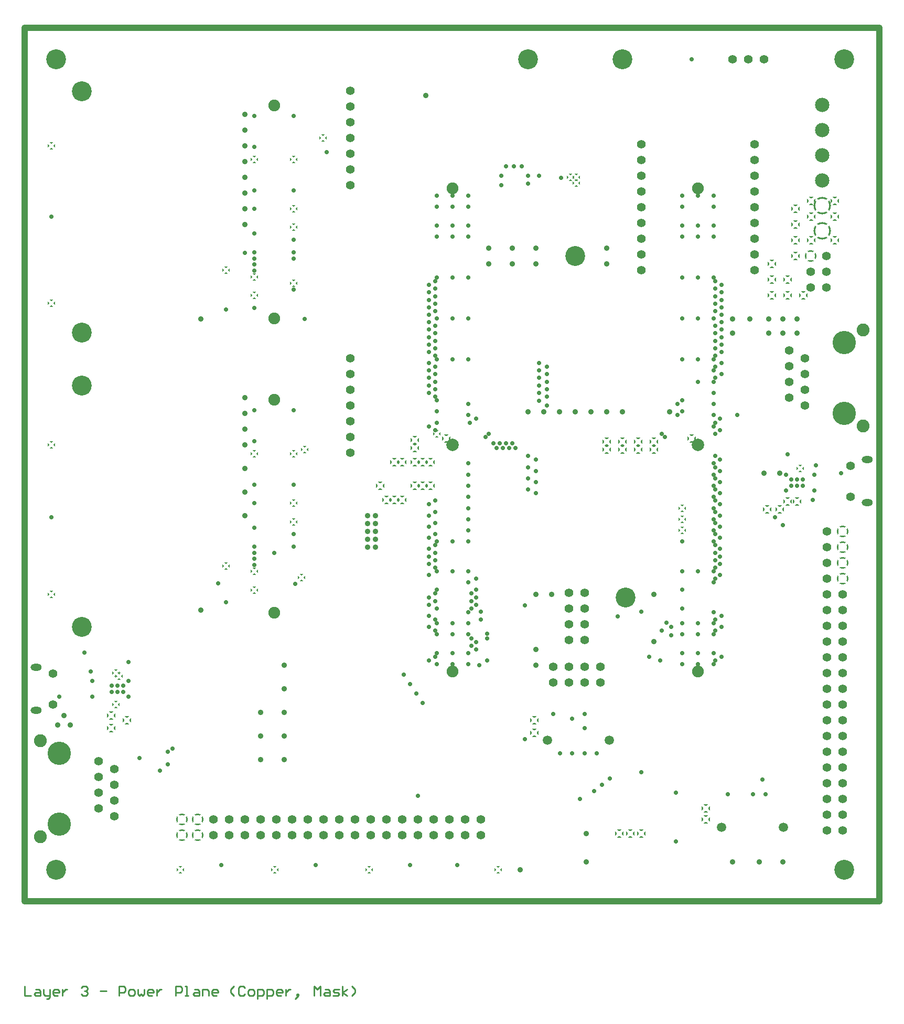
<source format=gbr>
G04 Layer_Physical_Order=3*
G04 Layer_Color=128*
%FSLAX24Y24*%
%MOIN*%
%TF.FileFunction,Copper,L3,Inr,Plane*%
%TF.Part,Single*%
G01*
G75*
%TA.AperFunction,NonConductor*%
%ADD45C,0.0100*%
%ADD63C,0.0400*%
%TA.AperFunction,ViaPad*%
%ADD64C,0.1263*%
%TA.AperFunction,ComponentPad*%
%ADD65C,0.0554*%
G04:AMPARAMS|DCode=66|XSize=75.433mil|YSize=75.433mil|CornerRadius=0mil|HoleSize=0mil|Usage=FLASHONLY|Rotation=0.000|XOffset=0mil|YOffset=0mil|HoleType=Round|Shape=Relief|Width=18mil|Gap=10mil|Entries=4|*
%AMTHD66*
7,0,0,0.0754,0.0554,0.0180,45*
%
%ADD66THD66*%
%ADD68C,0.1480*%
%ADD69C,0.0751*%
%ADD70C,0.0791*%
%ADD71C,0.0594*%
%ADD72O,0.0712X0.0436*%
%ADD73C,0.0909*%
G04:AMPARAMS|DCode=74|XSize=110.866mil|YSize=110.866mil|CornerRadius=0mil|HoleSize=0mil|Usage=FLASHONLY|Rotation=0.000|XOffset=0mil|YOffset=0mil|HoleType=Round|Shape=Relief|Width=18mil|Gap=10mil|Entries=4|*
%AMTHD74*
7,0,0,0.1109,0.0909,0.0180,45*
%
%ADD74THD74*%
%TA.AperFunction,ViaPad*%
G04:AMPARAMS|DCode=75|XSize=56mil|YSize=56mil|CornerRadius=0mil|HoleSize=0mil|Usage=FLASHONLY|Rotation=0.000|XOffset=0mil|YOffset=0mil|HoleType=Round|Shape=Relief|Width=18mil|Gap=10mil|Entries=4|*
%AMTHD75*
7,0,0,0.0560,0.0360,0.0180,45*
%
%ADD75THD75*%
%ADD76C,0.0360*%
G04:AMPARAMS|DCode=77|XSize=48mil|YSize=48mil|CornerRadius=0mil|HoleSize=0mil|Usage=FLASHONLY|Rotation=0.000|XOffset=0mil|YOffset=0mil|HoleType=Round|Shape=Relief|Width=18mil|Gap=10mil|Entries=4|*
%AMTHD77*
7,0,0,0.0480,0.0280,0.0180,45*
%
%ADD77THD77*%
%ADD78C,0.0280*%
%ADD80C,0.1263*%
%TA.AperFunction,ComponentPad*%
%ADD81C,0.0820*%
D45*
X0Y-5400D02*
Y-6000D01*
X400D01*
X700Y-5600D02*
X900D01*
X1000Y-5700D01*
Y-6000D01*
X700D01*
X600Y-5900D01*
X700Y-5800D01*
X1000D01*
X1200Y-5600D02*
Y-5900D01*
X1300Y-6000D01*
X1599D01*
Y-6100D01*
X1500Y-6200D01*
X1400D01*
X1599Y-6000D02*
Y-5600D01*
X2099Y-6000D02*
X1899D01*
X1799Y-5900D01*
Y-5700D01*
X1899Y-5600D01*
X2099D01*
X2199Y-5700D01*
Y-5800D01*
X1799D01*
X2399Y-5600D02*
Y-6000D01*
Y-5800D01*
X2499Y-5700D01*
X2599Y-5600D01*
X2699D01*
X3599Y-5500D02*
X3699Y-5400D01*
X3899D01*
X3999Y-5500D01*
Y-5600D01*
X3899Y-5700D01*
X3799D01*
X3899D01*
X3999Y-5800D01*
Y-5900D01*
X3899Y-6000D01*
X3699D01*
X3599Y-5900D01*
X4798Y-5700D02*
X5198D01*
X5998Y-6000D02*
Y-5400D01*
X6298D01*
X6398Y-5500D01*
Y-5700D01*
X6298Y-5800D01*
X5998D01*
X6698Y-6000D02*
X6898D01*
X6998Y-5900D01*
Y-5700D01*
X6898Y-5600D01*
X6698D01*
X6598Y-5700D01*
Y-5900D01*
X6698Y-6000D01*
X7198Y-5600D02*
Y-5900D01*
X7298Y-6000D01*
X7398Y-5900D01*
X7498Y-6000D01*
X7598Y-5900D01*
Y-5600D01*
X8097Y-6000D02*
X7897D01*
X7797Y-5900D01*
Y-5700D01*
X7897Y-5600D01*
X8097D01*
X8197Y-5700D01*
Y-5800D01*
X7797D01*
X8397Y-5600D02*
Y-6000D01*
Y-5800D01*
X8497Y-5700D01*
X8597Y-5600D01*
X8697D01*
X9597Y-6000D02*
Y-5400D01*
X9897D01*
X9997Y-5500D01*
Y-5700D01*
X9897Y-5800D01*
X9597D01*
X10197Y-6000D02*
X10397D01*
X10297D01*
Y-5400D01*
X10197D01*
X10797Y-5600D02*
X10996D01*
X11096Y-5700D01*
Y-6000D01*
X10797D01*
X10697Y-5900D01*
X10797Y-5800D01*
X11096D01*
X11296Y-6000D02*
Y-5600D01*
X11596D01*
X11696Y-5700D01*
Y-6000D01*
X12196D02*
X11996D01*
X11896Y-5900D01*
Y-5700D01*
X11996Y-5600D01*
X12196D01*
X12296Y-5700D01*
Y-5800D01*
X11896D01*
X13296Y-6000D02*
X13096Y-5800D01*
Y-5600D01*
X13296Y-5400D01*
X13995Y-5500D02*
X13896Y-5400D01*
X13696D01*
X13596Y-5500D01*
Y-5900D01*
X13696Y-6000D01*
X13896D01*
X13995Y-5900D01*
X14295Y-6000D02*
X14495D01*
X14595Y-5900D01*
Y-5700D01*
X14495Y-5600D01*
X14295D01*
X14195Y-5700D01*
Y-5900D01*
X14295Y-6000D01*
X14795Y-6200D02*
Y-5600D01*
X15095D01*
X15195Y-5700D01*
Y-5900D01*
X15095Y-6000D01*
X14795D01*
X15395Y-6200D02*
Y-5600D01*
X15695D01*
X15795Y-5700D01*
Y-5900D01*
X15695Y-6000D01*
X15395D01*
X16295D02*
X16095D01*
X15995Y-5900D01*
Y-5700D01*
X16095Y-5600D01*
X16295D01*
X16395Y-5700D01*
Y-5800D01*
X15995D01*
X16595Y-5600D02*
Y-6000D01*
Y-5800D01*
X16695Y-5700D01*
X16795Y-5600D01*
X16895D01*
X17294Y-6100D02*
X17394Y-6000D01*
Y-5900D01*
X17294D01*
Y-6000D01*
X17394D01*
X17294Y-6100D01*
X17194Y-6200D01*
X18394Y-6000D02*
Y-5400D01*
X18594Y-5600D01*
X18794Y-5400D01*
Y-6000D01*
X19094Y-5600D02*
X19294D01*
X19394Y-5700D01*
Y-6000D01*
X19094D01*
X18994Y-5900D01*
X19094Y-5800D01*
X19394D01*
X19594Y-6000D02*
X19894D01*
X19994Y-5900D01*
X19894Y-5800D01*
X19694D01*
X19594Y-5700D01*
X19694Y-5600D01*
X19994D01*
X20193Y-6000D02*
Y-5400D01*
Y-5800D02*
X20493Y-5600D01*
X20193Y-5800D02*
X20493Y-6000D01*
X20793D02*
X20993Y-5800D01*
Y-5600D01*
X20793Y-5400D01*
D63*
X-0Y55512D02*
X0Y0D01*
X-0Y55512D02*
X54331Y55512D01*
X54331Y-0D02*
X54331Y55512D01*
X0Y0D02*
X54331Y-0D01*
D64*
X38200Y19300D02*
D03*
X52100Y2000D02*
D03*
X2000D02*
D03*
Y53500D02*
D03*
X52100D02*
D03*
X35000Y41000D02*
D03*
X32000Y53500D02*
D03*
X38000D02*
D03*
D65*
X39200Y41100D02*
D03*
Y48100D02*
D03*
Y47100D02*
D03*
Y46100D02*
D03*
Y45100D02*
D03*
Y44100D02*
D03*
Y43100D02*
D03*
Y42100D02*
D03*
Y40100D02*
D03*
X20700Y51500D02*
D03*
Y50500D02*
D03*
Y49500D02*
D03*
Y48500D02*
D03*
Y46500D02*
D03*
Y45500D02*
D03*
Y47500D02*
D03*
X51000Y23500D02*
D03*
Y22500D02*
D03*
Y21500D02*
D03*
Y20500D02*
D03*
Y19500D02*
D03*
X52000D02*
D03*
X51000Y18500D02*
D03*
X52000D02*
D03*
X51000Y17500D02*
D03*
X52000D02*
D03*
X51000Y16500D02*
D03*
X52000D02*
D03*
X51000Y15500D02*
D03*
X52000D02*
D03*
X51000Y14500D02*
D03*
X52000D02*
D03*
X51000Y13500D02*
D03*
X52000D02*
D03*
X51000Y12500D02*
D03*
X52000D02*
D03*
X51000Y11500D02*
D03*
X52000D02*
D03*
X51000Y10500D02*
D03*
X52000D02*
D03*
X51000Y9500D02*
D03*
X52000D02*
D03*
X51000Y8500D02*
D03*
X52000D02*
D03*
X51000Y7500D02*
D03*
X52000D02*
D03*
X51000Y6500D02*
D03*
X52000D02*
D03*
X51000Y5500D02*
D03*
X52000D02*
D03*
X51000Y4500D02*
D03*
X52000D02*
D03*
X35600Y16600D02*
D03*
X34600D02*
D03*
X35600Y17600D02*
D03*
X34600D02*
D03*
X35600Y18600D02*
D03*
X34600D02*
D03*
X35600Y19600D02*
D03*
X34600D02*
D03*
X4700Y8900D02*
D03*
X5700Y8400D02*
D03*
X4700Y7900D02*
D03*
X5700Y7400D02*
D03*
X4700Y6900D02*
D03*
X5700Y6400D02*
D03*
X4700Y5900D02*
D03*
X5700Y5400D02*
D03*
X48600Y35000D02*
D03*
X49600Y34500D02*
D03*
X48600Y34000D02*
D03*
X49600Y33500D02*
D03*
X48600Y33000D02*
D03*
X49600Y32500D02*
D03*
X48600Y32000D02*
D03*
X49600Y31500D02*
D03*
X47000Y53500D02*
D03*
X46000D02*
D03*
X45000D02*
D03*
X20700Y34500D02*
D03*
Y33500D02*
D03*
Y32500D02*
D03*
Y31500D02*
D03*
Y29500D02*
D03*
Y28500D02*
D03*
Y30500D02*
D03*
X46400Y41100D02*
D03*
Y48100D02*
D03*
Y47100D02*
D03*
Y46100D02*
D03*
Y45100D02*
D03*
Y44100D02*
D03*
Y43100D02*
D03*
Y42100D02*
D03*
Y40100D02*
D03*
X29000Y5200D02*
D03*
Y4200D02*
D03*
X28000Y5200D02*
D03*
Y4200D02*
D03*
X27000Y5200D02*
D03*
Y4200D02*
D03*
X26000Y5200D02*
D03*
Y4200D02*
D03*
X25000Y5200D02*
D03*
Y4200D02*
D03*
X24000Y5200D02*
D03*
Y4200D02*
D03*
X23000Y5200D02*
D03*
Y4200D02*
D03*
X22000Y5200D02*
D03*
Y4200D02*
D03*
X21000Y5200D02*
D03*
Y4200D02*
D03*
X20000Y5200D02*
D03*
Y4200D02*
D03*
X19000Y5200D02*
D03*
Y4200D02*
D03*
X18000Y5200D02*
D03*
Y4200D02*
D03*
X17000Y5200D02*
D03*
Y4200D02*
D03*
X16000Y5200D02*
D03*
Y4200D02*
D03*
X15000Y5200D02*
D03*
Y4200D02*
D03*
X14000Y5200D02*
D03*
Y4200D02*
D03*
X13000Y5200D02*
D03*
Y4200D02*
D03*
X12000Y5200D02*
D03*
Y4200D02*
D03*
X36600Y14900D02*
D03*
Y13900D02*
D03*
X35600Y14900D02*
D03*
Y13900D02*
D03*
X34600Y14900D02*
D03*
Y13900D02*
D03*
X33600Y14900D02*
D03*
Y13900D02*
D03*
X1800Y14484D02*
D03*
Y12516D02*
D03*
X52500Y27684D02*
D03*
Y25716D02*
D03*
X49950Y39000D02*
D03*
X50950D02*
D03*
X49950Y40000D02*
D03*
X50950D02*
D03*
Y41000D02*
D03*
D66*
X52000Y23500D02*
D03*
Y22500D02*
D03*
Y21500D02*
D03*
Y20500D02*
D03*
X11000Y5200D02*
D03*
Y4200D02*
D03*
X10000Y5200D02*
D03*
Y4200D02*
D03*
X49950Y41000D02*
D03*
D68*
X2200Y9400D02*
D03*
Y4900D02*
D03*
X52100Y35500D02*
D03*
Y31000D02*
D03*
D69*
X15850Y18326D02*
D03*
Y31869D02*
D03*
Y50574D02*
D03*
Y37031D02*
D03*
X42800Y45299D02*
D03*
Y14591D02*
D03*
X27200D02*
D03*
Y45299D02*
D03*
D70*
X42800Y29000D02*
D03*
X27200D02*
D03*
D71*
X37169Y10239D02*
D03*
X33231D02*
D03*
X44294Y4700D02*
D03*
X48231D02*
D03*
D72*
X737Y12122D02*
D03*
Y14878D02*
D03*
X53563Y25322D02*
D03*
Y28078D02*
D03*
D73*
X50700Y50600D02*
D03*
Y49000D02*
D03*
Y47400D02*
D03*
Y45800D02*
D03*
D74*
Y44200D02*
D03*
Y42600D02*
D03*
D75*
X47200Y24900D02*
D03*
X24800Y26400D02*
D03*
X25300D02*
D03*
X25800D02*
D03*
X22600D02*
D03*
X23000Y25500D02*
D03*
X23500D02*
D03*
X24000D02*
D03*
X25800Y27900D02*
D03*
X25300D02*
D03*
X24800D02*
D03*
X24000D02*
D03*
X23500D02*
D03*
X24800Y28800D02*
D03*
Y29300D02*
D03*
X40000Y28700D02*
D03*
X39000D02*
D03*
X38000D02*
D03*
Y29200D02*
D03*
X39000D02*
D03*
X40000D02*
D03*
X37000D02*
D03*
Y28700D02*
D03*
X42400Y29400D02*
D03*
X26800D02*
D03*
X47500Y38500D02*
D03*
X49500D02*
D03*
X48500D02*
D03*
X49000Y42000D02*
D03*
X48500Y39500D02*
D03*
X47500D02*
D03*
Y40500D02*
D03*
X49000Y41000D02*
D03*
Y43000D02*
D03*
Y44000D02*
D03*
X50000Y43500D02*
D03*
X51500D02*
D03*
Y42000D02*
D03*
X50000D02*
D03*
Y44500D02*
D03*
X51500D02*
D03*
X48000Y24900D02*
D03*
X49100Y25400D02*
D03*
X48500D02*
D03*
X37800Y4300D02*
D03*
X38500D02*
D03*
X39200D02*
D03*
X43300Y5900D02*
D03*
Y5200D02*
D03*
X32400Y11500D02*
D03*
Y10700D02*
D03*
X5500Y11800D02*
D03*
Y11000D02*
D03*
X6500Y11500D02*
D03*
D76*
X47000Y27200D02*
D03*
X49100Y36100D02*
D03*
Y37000D02*
D03*
X47300Y36100D02*
D03*
X48200Y37000D02*
D03*
X45000Y36100D02*
D03*
X31500Y2000D02*
D03*
X41000Y31100D02*
D03*
X21800Y24500D02*
D03*
X22300D02*
D03*
X21800Y24000D02*
D03*
X22300D02*
D03*
Y23500D02*
D03*
X21800D02*
D03*
Y23000D02*
D03*
X22300D02*
D03*
X21800Y22500D02*
D03*
X22300D02*
D03*
X38000Y31100D02*
D03*
X37000D02*
D03*
X36000D02*
D03*
X35000D02*
D03*
X34000D02*
D03*
X33000D02*
D03*
X32000D02*
D03*
X46100Y37000D02*
D03*
X47300D02*
D03*
X45000D02*
D03*
X48200Y36100D02*
D03*
X48000Y27200D02*
D03*
X11200Y18500D02*
D03*
Y37000D02*
D03*
X25500Y51200D02*
D03*
X45000Y2500D02*
D03*
X46700D02*
D03*
X48200D02*
D03*
X14000Y24500D02*
D03*
Y26000D02*
D03*
Y27500D02*
D03*
Y29000D02*
D03*
Y30000D02*
D03*
Y31000D02*
D03*
Y32000D02*
D03*
Y43000D02*
D03*
Y44000D02*
D03*
Y45000D02*
D03*
Y46000D02*
D03*
Y47000D02*
D03*
Y48000D02*
D03*
Y49000D02*
D03*
Y50000D02*
D03*
X35700Y2500D02*
D03*
Y4300D02*
D03*
X16500Y15000D02*
D03*
Y13500D02*
D03*
Y12000D02*
D03*
Y10500D02*
D03*
Y9000D02*
D03*
X15000Y12000D02*
D03*
Y10500D02*
D03*
Y9000D02*
D03*
X32500Y19500D02*
D03*
X33500D02*
D03*
X40000D02*
D03*
Y16500D02*
D03*
X29500Y41500D02*
D03*
Y40500D02*
D03*
X31000Y41500D02*
D03*
Y40500D02*
D03*
X32500Y41500D02*
D03*
Y40500D02*
D03*
X37000Y41500D02*
D03*
Y40500D02*
D03*
X32500Y16000D02*
D03*
Y15000D02*
D03*
X2500Y11800D02*
D03*
X2900Y11200D02*
D03*
X2100D02*
D03*
D77*
X18953Y48500D02*
D03*
X5811Y14500D02*
D03*
X5989Y14300D02*
D03*
X5811Y12500D02*
D03*
X34700Y46000D02*
D03*
X35050Y45650D02*
D03*
Y46000D02*
D03*
X14600Y38487D02*
D03*
X17100Y39275D02*
D03*
X14600Y39669D02*
D03*
X17100Y42818D02*
D03*
Y43999D02*
D03*
X14600Y47149D02*
D03*
X17100D02*
D03*
X12800Y40100D02*
D03*
X14600Y28444D02*
D03*
X17100D02*
D03*
Y25294D02*
D03*
Y24113D02*
D03*
X14600Y20964D02*
D03*
X17800Y28700D02*
D03*
X1700Y48000D02*
D03*
Y38000D02*
D03*
Y29000D02*
D03*
Y19500D02*
D03*
X12800Y21300D02*
D03*
X30100Y2000D02*
D03*
X21900D02*
D03*
X15900D02*
D03*
X9900D02*
D03*
X41800Y24984D02*
D03*
Y23567D02*
D03*
Y24276D02*
D03*
X26200Y29709D02*
D03*
X49300Y27500D02*
D03*
X14600Y19783D02*
D03*
X17600Y20570D02*
D03*
D78*
X6600Y15200D02*
D03*
X14600Y40062D02*
D03*
X42400Y53500D02*
D03*
X42800Y33016D02*
D03*
X43800Y27819D02*
D03*
Y27110D02*
D03*
Y26402D02*
D03*
Y25693D02*
D03*
Y24984D02*
D03*
Y24276D02*
D03*
Y23567D02*
D03*
Y22858D02*
D03*
X41800Y22858D02*
D03*
X41500Y31600D02*
D03*
Y30890D02*
D03*
X41800Y31126D02*
D03*
Y31835D02*
D03*
X43800Y30181D02*
D03*
Y30890D02*
D03*
Y31598D02*
D03*
Y32307D02*
D03*
Y33016D02*
D03*
Y33724D02*
D03*
X24100Y14400D02*
D03*
X24500Y13800D02*
D03*
X24900Y13200D02*
D03*
X25300Y12600D02*
D03*
X31800Y10300D02*
D03*
Y18800D02*
D03*
X36700Y7400D02*
D03*
X37200Y7800D02*
D03*
X39200Y8200D02*
D03*
X14000Y41200D02*
D03*
X28700Y16008D02*
D03*
X28400Y16244D02*
D03*
X28700Y16480D02*
D03*
X28400Y16717D02*
D03*
X2200Y12988D02*
D03*
X4300Y13000D02*
D03*
Y14000D02*
D03*
X4200Y14600D02*
D03*
X3800Y15800D02*
D03*
X43900Y20496D02*
D03*
X28700D02*
D03*
X44200Y20732D02*
D03*
X43900Y21205D02*
D03*
X44200Y21441D02*
D03*
X43900Y21677D02*
D03*
X44200Y21913D02*
D03*
X43900Y22150D02*
D03*
X44200Y22386D02*
D03*
X43900Y22622D02*
D03*
X44200Y23094D02*
D03*
X43900Y23331D02*
D03*
X44200Y23803D02*
D03*
X43900Y24039D02*
D03*
X44200Y24512D02*
D03*
X43900Y24748D02*
D03*
X44200Y25220D02*
D03*
X43900Y25457D02*
D03*
X25700Y20732D02*
D03*
X26100Y21205D02*
D03*
X25700Y21441D02*
D03*
X26100Y21677D02*
D03*
X25700Y21913D02*
D03*
X26100Y22150D02*
D03*
X25700Y22386D02*
D03*
X26100Y22622D02*
D03*
X25700Y23094D02*
D03*
X26100Y23331D02*
D03*
X25700Y23803D02*
D03*
X26100Y24039D02*
D03*
X25700Y24512D02*
D03*
X26100Y24748D02*
D03*
X25700Y25220D02*
D03*
X26100Y25457D02*
D03*
X44200Y25929D02*
D03*
X43900Y26165D02*
D03*
X44200Y26638D02*
D03*
X43900Y26874D02*
D03*
X44200Y27346D02*
D03*
X43900Y27583D02*
D03*
X44200Y28055D02*
D03*
X40700Y29500D02*
D03*
X29300D02*
D03*
X43900Y28291D02*
D03*
Y34669D02*
D03*
X43800Y34433D02*
D03*
X43900Y33961D02*
D03*
X44300Y34197D02*
D03*
X33200Y31500D02*
D03*
X40500Y29700D02*
D03*
X29500D02*
D03*
X43900Y29709D02*
D03*
X44200Y29945D02*
D03*
X43800Y44827D02*
D03*
X42800D02*
D03*
X41800D02*
D03*
X43800Y44118D02*
D03*
X41800D02*
D03*
X43800Y42937D02*
D03*
X41800D02*
D03*
X42800D02*
D03*
X41800Y42228D02*
D03*
X42800D02*
D03*
X43800D02*
D03*
Y39630D02*
D03*
X42800D02*
D03*
X41800D02*
D03*
X26200Y44827D02*
D03*
X28200D02*
D03*
X27200D02*
D03*
X28200Y44118D02*
D03*
X27200D02*
D03*
X26200D02*
D03*
X28200Y42937D02*
D03*
X27200D02*
D03*
X26200D02*
D03*
Y42228D02*
D03*
X27200D02*
D03*
X28200D02*
D03*
X27200Y39630D02*
D03*
X28200D02*
D03*
X41800Y37032D02*
D03*
X42800D02*
D03*
X43800D02*
D03*
X44300Y36795D02*
D03*
X43900Y36559D02*
D03*
X44300Y36323D02*
D03*
X43900Y36087D02*
D03*
X44300Y35850D02*
D03*
X43900Y35614D02*
D03*
X44300Y35378D02*
D03*
X43900Y35142D02*
D03*
X44300Y34906D02*
D03*
X42800Y34433D02*
D03*
X41800D02*
D03*
X28200D02*
D03*
X27200D02*
D03*
X26200D02*
D03*
X26100Y34669D02*
D03*
X25700Y34906D02*
D03*
X26100Y35142D02*
D03*
X25700Y35378D02*
D03*
X26100Y35614D02*
D03*
X25700Y35850D02*
D03*
X26100Y36087D02*
D03*
X25700Y36323D02*
D03*
X26100Y36559D02*
D03*
X25700Y36795D02*
D03*
Y37268D02*
D03*
X26100Y37504D02*
D03*
X25700Y37740D02*
D03*
X26100Y37976D02*
D03*
X25700Y38213D02*
D03*
X26100Y38449D02*
D03*
X44300Y37268D02*
D03*
X43900Y37504D02*
D03*
X44300Y37740D02*
D03*
X43900Y37976D02*
D03*
X44300Y38213D02*
D03*
X43900Y38449D02*
D03*
X28200Y37032D02*
D03*
X27200D02*
D03*
X26200D02*
D03*
X44300Y38685D02*
D03*
X43900Y38921D02*
D03*
X44300Y39157D02*
D03*
X43900Y39394D02*
D03*
X25700Y38685D02*
D03*
X26100Y38921D02*
D03*
X25700Y39157D02*
D03*
X26100Y39394D02*
D03*
X26200Y39630D02*
D03*
X43800Y18370D02*
D03*
X41800Y18606D02*
D03*
Y19787D02*
D03*
X43800Y20260D02*
D03*
X42800Y20969D02*
D03*
X43800D02*
D03*
X41800D02*
D03*
X47100Y6800D02*
D03*
X46300D02*
D03*
X44700D02*
D03*
X40500Y17189D02*
D03*
X40800Y17700D02*
D03*
X43800Y15063D02*
D03*
X41800D02*
D03*
X42800D02*
D03*
Y15772D02*
D03*
X43800D02*
D03*
X41800D02*
D03*
X43800Y17661D02*
D03*
X42800D02*
D03*
X41800D02*
D03*
X42800Y16953D02*
D03*
X41800D02*
D03*
X43800D02*
D03*
X41400Y3800D02*
D03*
Y6900D02*
D03*
X28400Y19551D02*
D03*
X36381Y9400D02*
D03*
X35594D02*
D03*
X34806D02*
D03*
X34019D02*
D03*
X36200Y7000D02*
D03*
X35300Y6500D02*
D03*
X28700Y19787D02*
D03*
Y19315D02*
D03*
X28400Y19079D02*
D03*
X28700Y18843D02*
D03*
X28400Y18606D02*
D03*
X29400Y17000D02*
D03*
Y16700D02*
D03*
Y15300D02*
D03*
X28900Y15000D02*
D03*
X28200Y27819D02*
D03*
Y27110D02*
D03*
X28198Y26402D02*
D03*
X28200Y25693D02*
D03*
Y24984D02*
D03*
Y24276D02*
D03*
Y23567D02*
D03*
X26200Y22858D02*
D03*
X28200Y22858D02*
D03*
X27200Y22858D02*
D03*
X26200Y20969D02*
D03*
X27200D02*
D03*
X28200D02*
D03*
Y20260D02*
D03*
X26200Y19787D02*
D03*
Y18606D02*
D03*
X28200Y18370D02*
D03*
X26200Y17661D02*
D03*
X28200D02*
D03*
X27200D02*
D03*
X26200Y16953D02*
D03*
X28200D02*
D03*
X27200D02*
D03*
X28200Y15063D02*
D03*
X26200D02*
D03*
X27200D02*
D03*
X28200Y15772D02*
D03*
X27200D02*
D03*
X26200D02*
D03*
X39700Y15535D02*
D03*
X40400Y15300D02*
D03*
X44300Y15535D02*
D03*
X43900Y15299D02*
D03*
X25700Y15299D02*
D03*
X33600Y11900D02*
D03*
X35600D02*
D03*
X34800Y11600D02*
D03*
X26100Y15535D02*
D03*
X35600Y11000D02*
D03*
X39200Y18400D02*
D03*
X37700Y18100D02*
D03*
X43900Y17898D02*
D03*
X44300Y18134D02*
D03*
X29000Y17900D02*
D03*
Y18400D02*
D03*
X25700Y18134D02*
D03*
X26100Y17898D02*
D03*
Y17189D02*
D03*
X25700Y17425D02*
D03*
X43900Y17189D02*
D03*
X44300Y17425D02*
D03*
X41100Y16900D02*
D03*
Y17425D02*
D03*
X30300Y46100D02*
D03*
Y45500D02*
D03*
X32000Y45600D02*
D03*
Y46100D02*
D03*
X32700D02*
D03*
X30600Y46700D02*
D03*
X31100D02*
D03*
X31600D02*
D03*
X26200Y30417D02*
D03*
Y31126D02*
D03*
Y31835D02*
D03*
X26100Y33961D02*
D03*
X25700Y33724D02*
D03*
X26100Y33488D02*
D03*
X25700Y33252D02*
D03*
X26100Y33016D02*
D03*
X25700Y32780D02*
D03*
X26100Y32543D02*
D03*
X25700Y32307D02*
D03*
X26100Y32071D02*
D03*
X32700Y34197D02*
D03*
X33200Y33961D02*
D03*
X32700Y33724D02*
D03*
Y33252D02*
D03*
Y32780D02*
D03*
X33200Y32543D02*
D03*
Y33016D02*
D03*
Y33488D02*
D03*
X32700Y32307D02*
D03*
X33200Y32071D02*
D03*
X25700Y30181D02*
D03*
X26100Y29945D02*
D03*
X32700Y31800D02*
D03*
X28300Y30417D02*
D03*
X28700Y30654D02*
D03*
X43900Y30417D02*
D03*
X44200Y30654D02*
D03*
X14600Y49905D02*
D03*
X17100D02*
D03*
X14600Y37700D02*
D03*
X17100Y38881D02*
D03*
X14600Y40850D02*
D03*
X17100D02*
D03*
Y42031D02*
D03*
X14600Y42424D02*
D03*
Y44000D02*
D03*
Y45180D02*
D03*
X17100D02*
D03*
X14600Y47936D02*
D03*
X19200Y47600D02*
D03*
X14600Y41243D02*
D03*
Y40456D02*
D03*
X29800Y29100D02*
D03*
X30000Y28800D02*
D03*
X30200Y29100D02*
D03*
X30400Y28800D02*
D03*
X30600Y29100D02*
D03*
X30800Y28800D02*
D03*
X14600Y31200D02*
D03*
X17100D02*
D03*
X14600Y29232D02*
D03*
Y26476D02*
D03*
X17100D02*
D03*
X14600Y25294D02*
D03*
Y23720D02*
D03*
X17100Y23326D02*
D03*
X14600Y22145D02*
D03*
Y22539D02*
D03*
Y21751D02*
D03*
Y21357D02*
D03*
X17800Y37000D02*
D03*
X17100Y41243D02*
D03*
X1700Y43500D02*
D03*
X17100Y22539D02*
D03*
X12800Y19000D02*
D03*
X25700Y34197D02*
D03*
X8600Y8300D02*
D03*
X9100Y8700D02*
D03*
Y9500D02*
D03*
X12300Y20200D02*
D03*
X15850Y22145D02*
D03*
X9400Y9700D02*
D03*
X26100Y19551D02*
D03*
X25700Y19315D02*
D03*
X26100Y19079D02*
D03*
X25700Y18843D02*
D03*
X27500Y2300D02*
D03*
X24500D02*
D03*
X18500D02*
D03*
X12500D02*
D03*
X32000Y28291D02*
D03*
X32500Y28055D02*
D03*
X32000Y27583D02*
D03*
X32500Y27346D02*
D03*
X32000Y26874D02*
D03*
X32500Y26638D02*
D03*
X32000Y26165D02*
D03*
X32500Y25929D02*
D03*
X28200Y31600D02*
D03*
Y30890D02*
D03*
X51900Y27212D02*
D03*
X50300Y27700D02*
D03*
X50200Y27100D02*
D03*
Y26100D02*
D03*
X48500Y28400D02*
D03*
X45300Y30900D02*
D03*
X43900Y33252D02*
D03*
X44300Y33488D02*
D03*
X31200Y28800D02*
D03*
X31000Y29100D02*
D03*
X7300Y9100D02*
D03*
X17200Y20176D02*
D03*
X48200Y23900D02*
D03*
X47700Y24400D02*
D03*
X50100Y25500D02*
D03*
X12800Y37600D02*
D03*
X1700Y24400D02*
D03*
X34100Y45974D02*
D03*
X25000Y6700D02*
D03*
X46900Y7725D02*
D03*
X6600Y14000D02*
D03*
Y13000D02*
D03*
X48400Y27100D02*
D03*
Y26100D02*
D03*
X49100Y26797D02*
D03*
X49454D02*
D03*
Y26403D02*
D03*
X49100D02*
D03*
X48746Y26797D02*
D03*
Y26403D02*
D03*
X6254Y13697D02*
D03*
Y13303D02*
D03*
X5900Y13697D02*
D03*
X5546D02*
D03*
Y13303D02*
D03*
X5900D02*
D03*
D80*
X3645Y17420D02*
D03*
Y32775D02*
D03*
Y51480D02*
D03*
Y36125D02*
D03*
D81*
X1000Y10200D02*
D03*
Y4100D02*
D03*
X53300Y36300D02*
D03*
Y30200D02*
D03*
%TF.MD5,d324abadf3f783e87c3e3badbf4cda23*%
M02*

</source>
